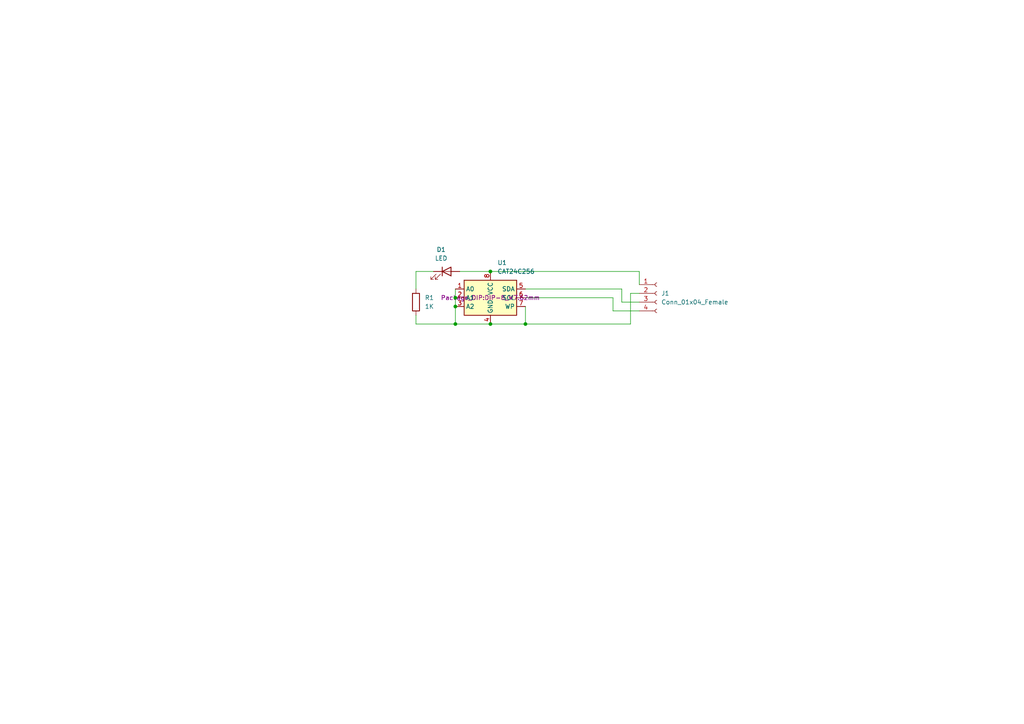
<source format=kicad_sch>
(kicad_sch (version 20211123) (generator eeschema)
  (paper "A4")
  (lib_symbols
    (symbol "Connector:Conn_01x04_Female" (pin_names (offset 1.016) hide)
      (property "Reference" "J" (at 0 5.08 0))
      (property "Value" "Conn_01x04_Female" (at 0 -7.62 0))
      (symbol "Conn_01x04_Female_1_1"
        (arc (start 0 -4.572) (mid -0.508 -5.08) (end 0 -5.588) (stroke (width 0.1524)))
        (arc (start 0 -2.032) (mid -0.508 -2.54) (end 0 -3.048) (stroke (width 0.1524)))
        (polyline (pts (xy -1.27 -5.08) (xy -0.508 -5.08)) (stroke (width 0.1524)))
        (polyline (pts (xy -1.27 -2.54) (xy -0.508 -2.54)) (stroke (width 0.1524)))
        (polyline (pts (xy -1.27 0) (xy -0.508 0)) (stroke (width 0.1524)))
        (polyline (pts (xy -1.27 2.54) (xy -0.508 2.54)) (stroke (width 0.1524)))
        (arc (start 0 0.508) (mid -0.508 0) (end 0 -0.508) (stroke (width 0.1524)))
        (arc (start 0 3.048) (mid -0.508 2.54) (end 0 2.032) (stroke (width 0.1524)))
        (pin passive line (at -5.08 2.54 0) (length 3.81) (name "Pin_1") (number "1"))
        (pin passive line (at -5.08 0 0) (length 3.81) (name "Pin_2") (number "2"))
        (pin passive line (at -5.08 -2.54 0) (length 3.81) (name "Pin_3") (number "3"))
        (pin passive line (at -5.08 -5.08 0) (length 3.81) (name "Pin_4") (number "4"))
      )
    )
    (symbol "Device:LED" (pin_numbers hide) (pin_names (offset 1.016) hide)
      (property "Reference" "D" (at 0 2.54 0))
      (property "Value" "LED" (at 0 -2.54 0))
      (symbol "LED_0_1"
        (polyline (pts (xy -1.27 -1.27) (xy -1.27 1.27)) (stroke (width 0.254)))
        (polyline (pts (xy -1.27 0) (xy 1.27 0)))
        (polyline (pts (xy 1.27 -1.27) (xy 1.27 1.27) (xy -1.27 0) (xy 1.27 -1.27)) (stroke (width 0.254)))
        (polyline (pts (xy -3.048 -0.762) (xy -4.572 -2.286) (xy -3.81 -2.286) (xy -4.572 -2.286) (xy -4.572 -1.524)))
        (polyline (pts (xy -1.778 -0.762) (xy -3.302 -2.286) (xy -2.54 -2.286) (xy -3.302 -2.286) (xy -3.302 -1.524)))
      )
      (symbol "LED_1_1"
        (pin passive line (at -3.81 0 0) (length 2.54) (name "K") (number "1"))
        (pin passive line (at 3.81 0 180) (length 2.54) (name "A") (number "2"))
      )
    )
    (symbol "Device:R" (pin_numbers hide) (pin_names (offset 0))
      (property "Reference" "R" (at 2.032 0 90))
      (property "Value" "R" (at 0 0 90))
      (symbol "R_0_1"
        (rectangle (start -1.016 -2.54) (end 1.016 2.54) (stroke (width 0.254)))
      )
      (symbol "R_1_1"
        (pin passive line (at 0 3.81 270) (length 1.27) (name "~") (number "1"))
        (pin passive line (at 0 -3.81 90) (length 1.27) (name "~") (number "2"))
      )
    )
    (symbol "Memory_EEPROM:CAT24C256"
      (property "Reference" "U" (at -6.35 6.35 0))
      (property "Value" "CAT24C256" (at 1.27 6.35 0))
      (symbol "CAT24C256_1_1"
        (rectangle (start -7.62 5.08) (end 7.62 -5.08) (stroke (width 0.254)) (fill (type background)))
        (pin input line (at -10.16 2.54 0) (length 2.54) (name "A0") (number "1"))
        (pin input line (at -10.16 0 0) (length 2.54) (name "A1") (number "2"))
        (pin input line (at -10.16 -2.54 0) (length 2.54) (name "A2") (number "3"))
        (pin power_in line (at 0 -7.62 90) (length 2.54) (name "GND") (number "4"))
        (pin bidirectional line (at 10.16 2.54 180) (length 2.54) (name "SDA") (number "5"))
        (pin input line (at 10.16 0 180) (length 2.54) (name "SCL") (number "6"))
        (pin input line (at 10.16 -2.54 180) (length 2.54) (name "WP") (number "7"))
        (pin power_in line (at 0 7.62 270) (length 2.54) (name "VCC") (number "8"))
      )
    )
  )
  (junction (at 132.08 86.36))
  (junction (at 152.4 93.98))
  (junction (at 142.24 93.98))
  (junction (at 142.24 78.74))
  (junction (at 132.08 93.98))
  (junction (at 132.08 88.9))
  (wire (pts (xy 182.88 93.98) (xy 182.88 85.09)))
  (wire (pts (xy 120.65 83.82) (xy 120.65 78.74)))
  (wire (pts (xy 120.65 91.44) (xy 120.65 93.98)))
  (wire (pts (xy 132.08 83.82) (xy 132.08 86.36)))
  (wire (pts (xy 185.42 78.74) (xy 185.42 82.55)))
  (wire (pts (xy 133.35 78.74) (xy 142.24 78.74)))
  (wire (pts (xy 132.08 93.98) (xy 142.24 93.98)))
  (wire (pts (xy 120.65 93.98) (xy 132.08 93.98)))
  (wire (pts (xy 152.4 93.98) (xy 182.88 93.98)))
  (wire (pts (xy 152.4 86.36) (xy 177.8 86.36)))
  (wire (pts (xy 180.34 83.82) (xy 180.34 87.63)))
  (wire (pts (xy 152.4 88.9) (xy 152.4 93.98)))
  (wire (pts (xy 182.88 85.09) (xy 185.42 85.09)))
  (wire (pts (xy 132.08 86.36) (xy 132.08 88.9)))
  (wire (pts (xy 142.24 93.98) (xy 152.4 93.98)))
  (wire (pts (xy 177.8 90.17) (xy 185.42 90.17)))
  (wire (pts (xy 120.65 78.74) (xy 125.73 78.74)))
  (wire (pts (xy 142.24 78.74) (xy 185.42 78.74)))
  (wire (pts (xy 180.34 87.63) (xy 185.42 87.63)))
  (wire (pts (xy 132.08 88.9) (xy 132.08 93.98)))
  (wire (pts (xy 152.4 83.82) (xy 180.34 83.82)))
  (wire (pts (xy 177.8 86.36) (xy 177.8 90.17)))
  (symbol (lib_id "Device:LED") (at 129.54 78.74 0) (unit 1)
    (property "Reference" "D1" (at 127.9525 72.39 0))
    (property "Value" "LED" (at 127.9525 74.93 0))
    (property "Footprint" "LED_THT:LED_D3.0mm" (effects hide))
  )
  (symbol (lib_id "Connector:Conn_01x04_Female") (at 190.5 85.09 0) (unit 1)
    (property "Reference" "J1" (at 191.77 85.0899 0) (effects (justify left)))
    (property "Value" "Conn_01x04_Female" (at 191.77 87.6299 0) (effects (justify left)))
    (property "Footprint" "Connector_PinHeader_2.54mm:PinHeader_1x04_P2.54mm_Vertical" (effects hide))
  )
  (symbol (lib_id "Device:R") (at 120.65 87.63 0) (unit 1)
    (property "Reference" "R1" (at 123.19 86.3599 0) (effects (justify left)))
    (property "Value" "1K" (at 123.19 88.8999 0) (effects (justify left)))
    (property "Footprint" "Resistor_THT:R_Axial_DIN0204_L3.6mm_D1.6mm_P7.62mm_Horizontal" (effects hide))
  )
  (symbol (lib_id "Memory_EEPROM:CAT24C256") (at 142.24 86.36 0) (unit 1)
    (property "Reference" "U1" (at 144.2594 76.2 0) (effects (justify left)))
    (property "Value" "CAT24C256" (at 144.2594 78.74 0) (effects (justify left)))
    (property "Footprint" "Package_DIP:DIP-8_W7.62mm" (at 142.24 86.36 0))
    (property "Datasheet" "https://www.onsemi.cn/PowerSolutions/document/CAT24C256-D.PDF" (effects hide))
  )
)
</source>
